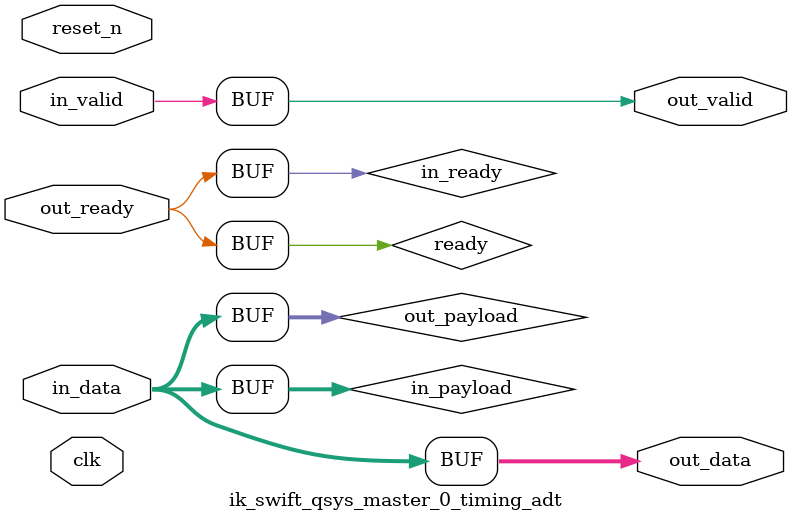
<source format=v>

`timescale 1ns / 100ps
module ik_swift_qsys_master_0_timing_adt (
    
      // Interface: clk
      input              clk,
      // Interface: reset
      input              reset_n,
      // Interface: in
      input              in_valid,
      input      [ 7: 0] in_data,
      // Interface: out
      output reg         out_valid,
      output reg [ 7: 0] out_data,
      input              out_ready
);




   // ---------------------------------------------------------------------
   //| Signal Declarations
   // ---------------------------------------------------------------------

   reg  [ 7: 0] in_payload;
   reg  [ 7: 0] out_payload;
   reg  [ 0: 0] ready;
   reg          in_ready;
   // synthesis translate_off
   always @(negedge in_ready) begin
      $display("%m: The downstream component is backpressuring by deasserting ready, but the upstream component can't be backpressured.");
   end
   // synthesis translate_on   


   // ---------------------------------------------------------------------
   //| Payload Mapping
   // ---------------------------------------------------------------------
   always @* begin
     in_payload = {in_data};
     {out_data} = out_payload;
   end

   // ---------------------------------------------------------------------
   //| Ready & valid signals.
   // ---------------------------------------------------------------------
   always @* begin
     ready[0] = out_ready;
     out_valid = in_valid;
     out_payload = in_payload;
     in_ready = ready[0];
   end




endmodule


</source>
